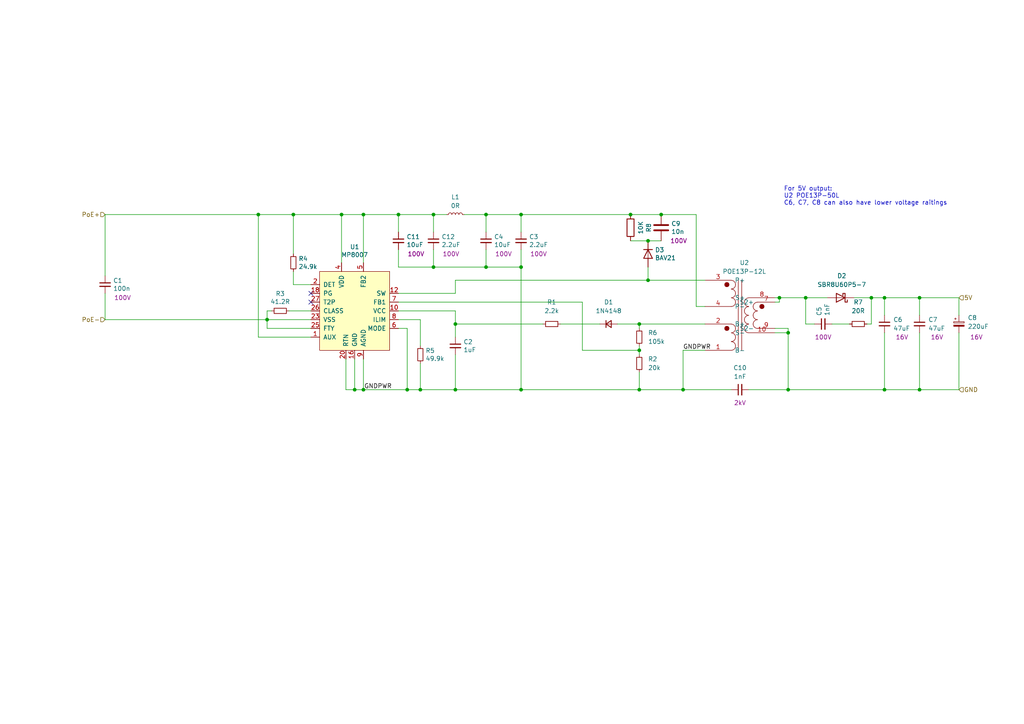
<source format=kicad_sch>
(kicad_sch (version 20211123) (generator eeschema)

  (uuid da469d11-a8a4-414b-9449-d151eeaf4853)

  (paper "A4")

  (lib_symbols
    (symbol "Device:C" (pin_numbers hide) (pin_names (offset 0.254)) (in_bom yes) (on_board yes)
      (property "Reference" "C" (id 0) (at 0.635 2.54 0)
        (effects (font (size 1.27 1.27)) (justify left))
      )
      (property "Value" "C" (id 1) (at 0.635 -2.54 0)
        (effects (font (size 1.27 1.27)) (justify left))
      )
      (property "Footprint" "" (id 2) (at 0.9652 -3.81 0)
        (effects (font (size 1.27 1.27)) hide)
      )
      (property "Datasheet" "~" (id 3) (at 0 0 0)
        (effects (font (size 1.27 1.27)) hide)
      )
      (property "ki_keywords" "cap capacitor" (id 4) (at 0 0 0)
        (effects (font (size 1.27 1.27)) hide)
      )
      (property "ki_description" "Unpolarized capacitor" (id 5) (at 0 0 0)
        (effects (font (size 1.27 1.27)) hide)
      )
      (property "ki_fp_filters" "C_*" (id 6) (at 0 0 0)
        (effects (font (size 1.27 1.27)) hide)
      )
      (symbol "C_0_1"
        (polyline
          (pts
            (xy -2.032 -0.762)
            (xy 2.032 -0.762)
          )
          (stroke (width 0.508) (type default) (color 0 0 0 0))
          (fill (type none))
        )
        (polyline
          (pts
            (xy -2.032 0.762)
            (xy 2.032 0.762)
          )
          (stroke (width 0.508) (type default) (color 0 0 0 0))
          (fill (type none))
        )
      )
      (symbol "C_1_1"
        (pin passive line (at 0 3.81 270) (length 2.794)
          (name "~" (effects (font (size 1.27 1.27))))
          (number "1" (effects (font (size 1.27 1.27))))
        )
        (pin passive line (at 0 -3.81 90) (length 2.794)
          (name "~" (effects (font (size 1.27 1.27))))
          (number "2" (effects (font (size 1.27 1.27))))
        )
      )
    )
    (symbol "Device:C_Polarized_Small" (pin_numbers hide) (pin_names (offset 0.254) hide) (in_bom yes) (on_board yes)
      (property "Reference" "C" (id 0) (at 0.254 1.778 0)
        (effects (font (size 1.27 1.27)) (justify left))
      )
      (property "Value" "C_Polarized_Small" (id 1) (at 0.254 -2.032 0)
        (effects (font (size 1.27 1.27)) (justify left))
      )
      (property "Footprint" "" (id 2) (at 0 0 0)
        (effects (font (size 1.27 1.27)) hide)
      )
      (property "Datasheet" "~" (id 3) (at 0 0 0)
        (effects (font (size 1.27 1.27)) hide)
      )
      (property "ki_keywords" "cap capacitor" (id 4) (at 0 0 0)
        (effects (font (size 1.27 1.27)) hide)
      )
      (property "ki_description" "Polarized capacitor, small symbol" (id 5) (at 0 0 0)
        (effects (font (size 1.27 1.27)) hide)
      )
      (property "ki_fp_filters" "CP_*" (id 6) (at 0 0 0)
        (effects (font (size 1.27 1.27)) hide)
      )
      (symbol "C_Polarized_Small_0_1"
        (rectangle (start -1.524 -0.3048) (end 1.524 -0.6858)
          (stroke (width 0) (type default) (color 0 0 0 0))
          (fill (type outline))
        )
        (rectangle (start -1.524 0.6858) (end 1.524 0.3048)
          (stroke (width 0) (type default) (color 0 0 0 0))
          (fill (type none))
        )
        (polyline
          (pts
            (xy -1.27 1.524)
            (xy -0.762 1.524)
          )
          (stroke (width 0) (type default) (color 0 0 0 0))
          (fill (type none))
        )
        (polyline
          (pts
            (xy -1.016 1.27)
            (xy -1.016 1.778)
          )
          (stroke (width 0) (type default) (color 0 0 0 0))
          (fill (type none))
        )
      )
      (symbol "C_Polarized_Small_1_1"
        (pin passive line (at 0 2.54 270) (length 1.8542)
          (name "~" (effects (font (size 1.27 1.27))))
          (number "1" (effects (font (size 1.27 1.27))))
        )
        (pin passive line (at 0 -2.54 90) (length 1.8542)
          (name "~" (effects (font (size 1.27 1.27))))
          (number "2" (effects (font (size 1.27 1.27))))
        )
      )
    )
    (symbol "Device:C_Small" (pin_numbers hide) (pin_names (offset 0.254) hide) (in_bom yes) (on_board yes)
      (property "Reference" "C" (id 0) (at 0.254 1.778 0)
        (effects (font (size 1.27 1.27)) (justify left))
      )
      (property "Value" "C_Small" (id 1) (at 0.254 -2.032 0)
        (effects (font (size 1.27 1.27)) (justify left))
      )
      (property "Footprint" "" (id 2) (at 0 0 0)
        (effects (font (size 1.27 1.27)) hide)
      )
      (property "Datasheet" "~" (id 3) (at 0 0 0)
        (effects (font (size 1.27 1.27)) hide)
      )
      (property "ki_keywords" "capacitor cap" (id 4) (at 0 0 0)
        (effects (font (size 1.27 1.27)) hide)
      )
      (property "ki_description" "Unpolarized capacitor, small symbol" (id 5) (at 0 0 0)
        (effects (font (size 1.27 1.27)) hide)
      )
      (property "ki_fp_filters" "C_*" (id 6) (at 0 0 0)
        (effects (font (size 1.27 1.27)) hide)
      )
      (symbol "C_Small_0_1"
        (polyline
          (pts
            (xy -1.524 -0.508)
            (xy 1.524 -0.508)
          )
          (stroke (width 0.3302) (type default) (color 0 0 0 0))
          (fill (type none))
        )
        (polyline
          (pts
            (xy -1.524 0.508)
            (xy 1.524 0.508)
          )
          (stroke (width 0.3048) (type default) (color 0 0 0 0))
          (fill (type none))
        )
      )
      (symbol "C_Small_1_1"
        (pin passive line (at 0 2.54 270) (length 2.032)
          (name "~" (effects (font (size 1.27 1.27))))
          (number "1" (effects (font (size 1.27 1.27))))
        )
        (pin passive line (at 0 -2.54 90) (length 2.032)
          (name "~" (effects (font (size 1.27 1.27))))
          (number "2" (effects (font (size 1.27 1.27))))
        )
      )
    )
    (symbol "Device:D" (pin_numbers hide) (pin_names (offset 1.016) hide) (in_bom yes) (on_board yes)
      (property "Reference" "D" (id 0) (at 0 2.54 0)
        (effects (font (size 1.27 1.27)))
      )
      (property "Value" "D" (id 1) (at 0 -2.54 0)
        (effects (font (size 1.27 1.27)))
      )
      (property "Footprint" "" (id 2) (at 0 0 0)
        (effects (font (size 1.27 1.27)) hide)
      )
      (property "Datasheet" "~" (id 3) (at 0 0 0)
        (effects (font (size 1.27 1.27)) hide)
      )
      (property "ki_keywords" "diode" (id 4) (at 0 0 0)
        (effects (font (size 1.27 1.27)) hide)
      )
      (property "ki_description" "Diode" (id 5) (at 0 0 0)
        (effects (font (size 1.27 1.27)) hide)
      )
      (property "ki_fp_filters" "TO-???* *_Diode_* *SingleDiode* D_*" (id 6) (at 0 0 0)
        (effects (font (size 1.27 1.27)) hide)
      )
      (symbol "D_0_1"
        (polyline
          (pts
            (xy -1.27 1.27)
            (xy -1.27 -1.27)
          )
          (stroke (width 0.254) (type default) (color 0 0 0 0))
          (fill (type none))
        )
        (polyline
          (pts
            (xy 1.27 0)
            (xy -1.27 0)
          )
          (stroke (width 0) (type default) (color 0 0 0 0))
          (fill (type none))
        )
        (polyline
          (pts
            (xy 1.27 1.27)
            (xy 1.27 -1.27)
            (xy -1.27 0)
            (xy 1.27 1.27)
          )
          (stroke (width 0.254) (type default) (color 0 0 0 0))
          (fill (type none))
        )
      )
      (symbol "D_1_1"
        (pin passive line (at -3.81 0 0) (length 2.54)
          (name "K" (effects (font (size 1.27 1.27))))
          (number "1" (effects (font (size 1.27 1.27))))
        )
        (pin passive line (at 3.81 0 180) (length 2.54)
          (name "A" (effects (font (size 1.27 1.27))))
          (number "2" (effects (font (size 1.27 1.27))))
        )
      )
    )
    (symbol "Device:D_Schottky" (pin_numbers hide) (pin_names (offset 1.016) hide) (in_bom yes) (on_board yes)
      (property "Reference" "D" (id 0) (at 0 2.54 0)
        (effects (font (size 1.27 1.27)))
      )
      (property "Value" "D_Schottky" (id 1) (at 0 -2.54 0)
        (effects (font (size 1.27 1.27)))
      )
      (property "Footprint" "" (id 2) (at 0 0 0)
        (effects (font (size 1.27 1.27)) hide)
      )
      (property "Datasheet" "~" (id 3) (at 0 0 0)
        (effects (font (size 1.27 1.27)) hide)
      )
      (property "ki_keywords" "diode Schottky" (id 4) (at 0 0 0)
        (effects (font (size 1.27 1.27)) hide)
      )
      (property "ki_description" "Schottky diode" (id 5) (at 0 0 0)
        (effects (font (size 1.27 1.27)) hide)
      )
      (property "ki_fp_filters" "TO-???* *_Diode_* *SingleDiode* D_*" (id 6) (at 0 0 0)
        (effects (font (size 1.27 1.27)) hide)
      )
      (symbol "D_Schottky_0_1"
        (polyline
          (pts
            (xy 1.27 0)
            (xy -1.27 0)
          )
          (stroke (width 0) (type default) (color 0 0 0 0))
          (fill (type none))
        )
        (polyline
          (pts
            (xy 1.27 1.27)
            (xy 1.27 -1.27)
            (xy -1.27 0)
            (xy 1.27 1.27)
          )
          (stroke (width 0.254) (type default) (color 0 0 0 0))
          (fill (type none))
        )
        (polyline
          (pts
            (xy -1.905 0.635)
            (xy -1.905 1.27)
            (xy -1.27 1.27)
            (xy -1.27 -1.27)
            (xy -0.635 -1.27)
            (xy -0.635 -0.635)
          )
          (stroke (width 0.254) (type default) (color 0 0 0 0))
          (fill (type none))
        )
      )
      (symbol "D_Schottky_1_1"
        (pin passive line (at -3.81 0 0) (length 2.54)
          (name "K" (effects (font (size 1.27 1.27))))
          (number "1" (effects (font (size 1.27 1.27))))
        )
        (pin passive line (at 3.81 0 180) (length 2.54)
          (name "A" (effects (font (size 1.27 1.27))))
          (number "2" (effects (font (size 1.27 1.27))))
        )
      )
    )
    (symbol "Device:D_Small" (pin_numbers hide) (pin_names (offset 0.254) hide) (in_bom yes) (on_board yes)
      (property "Reference" "D" (id 0) (at -1.27 2.032 0)
        (effects (font (size 1.27 1.27)) (justify left))
      )
      (property "Value" "D_Small" (id 1) (at -3.81 -2.032 0)
        (effects (font (size 1.27 1.27)) (justify left))
      )
      (property "Footprint" "" (id 2) (at 0 0 90)
        (effects (font (size 1.27 1.27)) hide)
      )
      (property "Datasheet" "~" (id 3) (at 0 0 90)
        (effects (font (size 1.27 1.27)) hide)
      )
      (property "ki_keywords" "diode" (id 4) (at 0 0 0)
        (effects (font (size 1.27 1.27)) hide)
      )
      (property "ki_description" "Diode, small symbol" (id 5) (at 0 0 0)
        (effects (font (size 1.27 1.27)) hide)
      )
      (property "ki_fp_filters" "TO-???* *_Diode_* *SingleDiode* D_*" (id 6) (at 0 0 0)
        (effects (font (size 1.27 1.27)) hide)
      )
      (symbol "D_Small_0_1"
        (polyline
          (pts
            (xy -0.762 -1.016)
            (xy -0.762 1.016)
          )
          (stroke (width 0.254) (type default) (color 0 0 0 0))
          (fill (type none))
        )
        (polyline
          (pts
            (xy -0.762 0)
            (xy 0.762 0)
          )
          (stroke (width 0) (type default) (color 0 0 0 0))
          (fill (type none))
        )
        (polyline
          (pts
            (xy 0.762 -1.016)
            (xy -0.762 0)
            (xy 0.762 1.016)
            (xy 0.762 -1.016)
          )
          (stroke (width 0.254) (type default) (color 0 0 0 0))
          (fill (type none))
        )
      )
      (symbol "D_Small_1_1"
        (pin passive line (at -2.54 0 0) (length 1.778)
          (name "K" (effects (font (size 1.27 1.27))))
          (number "1" (effects (font (size 1.27 1.27))))
        )
        (pin passive line (at 2.54 0 180) (length 1.778)
          (name "A" (effects (font (size 1.27 1.27))))
          (number "2" (effects (font (size 1.27 1.27))))
        )
      )
    )
    (symbol "Device:L_Small" (pin_numbers hide) (pin_names (offset 0.254) hide) (in_bom yes) (on_board yes)
      (property "Reference" "L" (id 0) (at 0.762 1.016 0)
        (effects (font (size 1.27 1.27)) (justify left))
      )
      (property "Value" "L_Small" (id 1) (at 0.762 -1.016 0)
        (effects (font (size 1.27 1.27)) (justify left))
      )
      (property "Footprint" "" (id 2) (at 0 0 0)
        (effects (font (size 1.27 1.27)) hide)
      )
      (property "Datasheet" "~" (id 3) (at 0 0 0)
        (effects (font (size 1.27 1.27)) hide)
      )
      (property "ki_keywords" "inductor choke coil reactor magnetic" (id 4) (at 0 0 0)
        (effects (font (size 1.27 1.27)) hide)
      )
      (property "ki_description" "Inductor, small symbol" (id 5) (at 0 0 0)
        (effects (font (size 1.27 1.27)) hide)
      )
      (property "ki_fp_filters" "Choke_* *Coil* Inductor_* L_*" (id 6) (at 0 0 0)
        (effects (font (size 1.27 1.27)) hide)
      )
      (symbol "L_Small_0_1"
        (arc (start 0 -2.032) (mid 0.508 -1.524) (end 0 -1.016)
          (stroke (width 0) (type default) (color 0 0 0 0))
          (fill (type none))
        )
        (arc (start 0 -1.016) (mid 0.508 -0.508) (end 0 0)
          (stroke (width 0) (type default) (color 0 0 0 0))
          (fill (type none))
        )
        (arc (start 0 0) (mid 0.508 0.508) (end 0 1.016)
          (stroke (width 0) (type default) (color 0 0 0 0))
          (fill (type none))
        )
        (arc (start 0 1.016) (mid 0.508 1.524) (end 0 2.032)
          (stroke (width 0) (type default) (color 0 0 0 0))
          (fill (type none))
        )
      )
      (symbol "L_Small_1_1"
        (pin passive line (at 0 2.54 270) (length 0.508)
          (name "~" (effects (font (size 1.27 1.27))))
          (number "1" (effects (font (size 1.27 1.27))))
        )
        (pin passive line (at 0 -2.54 90) (length 0.508)
          (name "~" (effects (font (size 1.27 1.27))))
          (number "2" (effects (font (size 1.27 1.27))))
        )
      )
    )
    (symbol "Device:R" (pin_numbers hide) (pin_names (offset 0)) (in_bom yes) (on_board yes)
      (property "Reference" "R" (id 0) (at 2.032 0 90)
        (effects (font (size 1.27 1.27)))
      )
      (property "Value" "R" (id 1) (at 0 0 90)
        (effects (font (size 1.27 1.27)))
      )
      (property "Footprint" "" (id 2) (at -1.778 0 90)
        (effects (font (size 1.27 1.27)) hide)
      )
      (property "Datasheet" "~" (id 3) (at 0 0 0)
        (effects (font (size 1.27 1.27)) hide)
      )
      (property "ki_keywords" "R res resistor" (id 4) (at 0 0 0)
        (effects (font (size 1.27 1.27)) hide)
      )
      (property "ki_description" "Resistor" (id 5) (at 0 0 0)
        (effects (font (size 1.27 1.27)) hide)
      )
      (property "ki_fp_filters" "R_*" (id 6) (at 0 0 0)
        (effects (font (size 1.27 1.27)) hide)
      )
      (symbol "R_0_1"
        (rectangle (start -1.016 -2.54) (end 1.016 2.54)
          (stroke (width 0.254) (type default) (color 0 0 0 0))
          (fill (type none))
        )
      )
      (symbol "R_1_1"
        (pin passive line (at 0 3.81 270) (length 1.27)
          (name "~" (effects (font (size 1.27 1.27))))
          (number "1" (effects (font (size 1.27 1.27))))
        )
        (pin passive line (at 0 -3.81 90) (length 1.27)
          (name "~" (effects (font (size 1.27 1.27))))
          (number "2" (effects (font (size 1.27 1.27))))
        )
      )
    )
    (symbol "Device:R_Small" (pin_numbers hide) (pin_names (offset 0.254) hide) (in_bom yes) (on_board yes)
      (property "Reference" "R" (id 0) (at 0.762 0.508 0)
        (effects (font (size 1.27 1.27)) (justify left))
      )
      (property "Value" "R_Small" (id 1) (at 0.762 -1.016 0)
        (effects (font (size 1.27 1.27)) (justify left))
      )
      (property "Footprint" "" (id 2) (at 0 0 0)
        (effects (font (size 1.27 1.27)) hide)
      )
      (property "Datasheet" "~" (id 3) (at 0 0 0)
        (effects (font (size 1.27 1.27)) hide)
      )
      (property "ki_keywords" "R resistor" (id 4) (at 0 0 0)
        (effects (font (size 1.27 1.27)) hide)
      )
      (property "ki_description" "Resistor, small symbol" (id 5) (at 0 0 0)
        (effects (font (size 1.27 1.27)) hide)
      )
      (property "ki_fp_filters" "R_*" (id 6) (at 0 0 0)
        (effects (font (size 1.27 1.27)) hide)
      )
      (symbol "R_Small_0_1"
        (rectangle (start -0.762 1.778) (end 0.762 -1.778)
          (stroke (width 0.2032) (type default) (color 0 0 0 0))
          (fill (type none))
        )
      )
      (symbol "R_Small_1_1"
        (pin passive line (at 0 2.54 270) (length 0.762)
          (name "~" (effects (font (size 1.27 1.27))))
          (number "1" (effects (font (size 1.27 1.27))))
        )
        (pin passive line (at 0 -2.54 90) (length 0.762)
          (name "~" (effects (font (size 1.27 1.27))))
          (number "2" (effects (font (size 1.27 1.27))))
        )
      )
    )
    (symbol "local:MP8007" (pin_names (offset 1.016)) (in_bom yes) (on_board yes)
      (property "Reference" "U" (id 0) (at -5.08 11.43 0)
        (effects (font (size 1.27 1.27)))
      )
      (property "Value" "MP8007" (id 1) (at -1.27 -13.97 0)
        (effects (font (size 1.27 1.27)))
      )
      (property "Footprint" "" (id 2) (at -5.08 11.43 0)
        (effects (font (size 1.27 1.27)) hide)
      )
      (property "Datasheet" "" (id 3) (at -5.08 11.43 0)
        (effects (font (size 1.27 1.27)) hide)
      )
      (symbol "MP8007_0_1"
        (rectangle (start -6.35 10.16) (end 13.97 -12.7)
          (stroke (width 0) (type default) (color 0 0 0 0))
          (fill (type background))
        )
      )
      (symbol "MP8007_1_1"
        (pin input line (at -8.89 -8.89 0) (length 2.54)
          (name "AUX" (effects (font (size 1.27 1.27))))
          (number "1" (effects (font (size 1.27 1.27))))
        )
        (pin input line (at 16.51 -1.27 180) (length 2.54)
          (name "VCC" (effects (font (size 1.27 1.27))))
          (number "10" (effects (font (size 1.27 1.27))))
        )
        (pin input line (at 16.51 3.81 180) (length 2.54)
          (name "SW" (effects (font (size 1.27 1.27))))
          (number "12" (effects (font (size 1.27 1.27))))
        )
        (pin input line (at 16.51 3.81 180) (length 2.54) hide
          (name "~" (effects (font (size 1.27 1.27))))
          (number "13" (effects (font (size 1.27 1.27))))
        )
        (pin input line (at 6.35 -15.24 90) (length 2.54) hide
          (name "NC" (effects (font (size 1.27 1.27))))
          (number "14" (effects (font (size 1.27 1.27))))
        )
        (pin input line (at 6.35 -15.24 90) (length 2.54) hide
          (name "NC" (effects (font (size 1.27 1.27))))
          (number "15" (effects (font (size 1.27 1.27))))
        )
        (pin input line (at 3.81 -15.24 90) (length 2.54)
          (name "GND" (effects (font (size 1.27 1.27))))
          (number "16" (effects (font (size 1.27 1.27))))
        )
        (pin input line (at 3.81 -15.24 90) (length 2.54) hide
          (name "~" (effects (font (size 1.27 1.27))))
          (number "17" (effects (font (size 1.27 1.27))))
        )
        (pin input line (at -8.89 3.81 0) (length 2.54)
          (name "PG" (effects (font (size 1.27 1.27))))
          (number "18" (effects (font (size 1.27 1.27))))
        )
        (pin input line (at 6.35 -15.24 90) (length 2.54) hide
          (name "NC" (effects (font (size 1.27 1.27))))
          (number "19" (effects (font (size 1.27 1.27))))
        )
        (pin input line (at -8.89 6.35 0) (length 2.54)
          (name "DET" (effects (font (size 1.27 1.27))))
          (number "2" (effects (font (size 1.27 1.27))))
        )
        (pin input line (at 1.27 -15.24 90) (length 2.54)
          (name "RTN" (effects (font (size 1.27 1.27))))
          (number "20" (effects (font (size 1.27 1.27))))
        )
        (pin input line (at 1.27 -15.24 90) (length 2.54) hide
          (name "~" (effects (font (size 1.27 1.27))))
          (number "21" (effects (font (size 1.27 1.27))))
        )
        (pin input line (at 6.35 -15.24 90) (length 2.54) hide
          (name "NC" (effects (font (size 1.27 1.27))))
          (number "22" (effects (font (size 1.27 1.27))))
        )
        (pin input line (at -8.89 -3.81 0) (length 2.54)
          (name "VSS" (effects (font (size 1.27 1.27))))
          (number "23" (effects (font (size 1.27 1.27))))
        )
        (pin input line (at -8.89 -3.81 0) (length 2.54) hide
          (name "~" (effects (font (size 1.27 1.27))))
          (number "24" (effects (font (size 1.27 1.27))))
        )
        (pin input line (at -8.89 -6.35 0) (length 2.54)
          (name "FTY" (effects (font (size 1.27 1.27))))
          (number "25" (effects (font (size 1.27 1.27))))
        )
        (pin input line (at -8.89 -1.27 0) (length 2.54)
          (name "CLASS" (effects (font (size 1.27 1.27))))
          (number "26" (effects (font (size 1.27 1.27))))
        )
        (pin input line (at -8.89 1.27 0) (length 2.54)
          (name "T2P" (effects (font (size 1.27 1.27))))
          (number "27" (effects (font (size 1.27 1.27))))
        )
        (pin input line (at 3.81 -15.24 90) (length 2.54) hide
          (name "GND" (effects (font (size 1.27 1.27))))
          (number "29" (effects (font (size 1.27 1.27))))
        )
        (pin input line (at 0 12.7 270) (length 2.54)
          (name "VDD" (effects (font (size 1.27 1.27))))
          (number "4" (effects (font (size 1.27 1.27))))
        )
        (pin input line (at 6.35 12.7 270) (length 2.54)
          (name "FB2" (effects (font (size 1.27 1.27))))
          (number "5" (effects (font (size 1.27 1.27))))
        )
        (pin input line (at 16.51 -6.35 180) (length 2.54)
          (name "MODE" (effects (font (size 1.27 1.27))))
          (number "6" (effects (font (size 1.27 1.27))))
        )
        (pin input line (at 16.51 1.27 180) (length 2.54)
          (name "FB1" (effects (font (size 1.27 1.27))))
          (number "7" (effects (font (size 1.27 1.27))))
        )
        (pin input line (at 16.51 -3.81 180) (length 2.54)
          (name "ILIM" (effects (font (size 1.27 1.27))))
          (number "8" (effects (font (size 1.27 1.27))))
        )
        (pin input line (at 6.35 -15.24 90) (length 2.54)
          (name "AGND" (effects (font (size 1.27 1.27))))
          (number "9" (effects (font (size 1.27 1.27))))
        )
      )
    )
    (symbol "local:POE13P" (pin_names (offset 1.016)) (in_bom yes) (on_board yes)
      (property "Reference" "U" (id 0) (at 0 0 0)
        (effects (font (size 1.27 1.27)))
      )
      (property "Value" "POE13P" (id 1) (at 0 12.7 0)
        (effects (font (size 1.27 1.27)))
      )
      (property "Footprint" "" (id 2) (at 0 0 0)
        (effects (font (size 1.27 1.27)) hide)
      )
      (property "Datasheet" "" (id 3) (at 0 0 0)
        (effects (font (size 1.27 1.27)) hide)
      )
      (symbol "POE13P_0_1"
        (circle (center -3.81 -3.81) (radius 0.635)
          (stroke (width 0) (type default) (color 0 0 0 0))
          (fill (type outline))
        )
        (circle (center -3.81 8.89) (radius 0.635)
          (stroke (width 0) (type default) (color 0 0 0 0))
          (fill (type outline))
        )
        (circle (center 6.35 2.54) (radius 0.635)
          (stroke (width 0) (type default) (color 0 0 0 0))
          (fill (type outline))
        )
      )
      (symbol "POE13P_1_1"
        (arc (start -2.54 -10.16) (mid -1.642 -9.788) (end -1.2954 -8.89)
          (stroke (width 0) (type default) (color 0 0 0 0))
          (fill (type none))
        )
        (arc (start -2.54 -7.62) (mid -1.642 -7.248) (end -1.2954 -6.35)
          (stroke (width 0) (type default) (color 0 0 0 0))
          (fill (type none))
        )
        (arc (start -2.54 -5.08) (mid -1.642 -4.708) (end -1.2954 -3.81)
          (stroke (width 0) (type default) (color 0 0 0 0))
          (fill (type none))
        )
        (arc (start -2.54 2.54) (mid -1.642 2.912) (end -1.2954 3.81)
          (stroke (width 0) (type default) (color 0 0 0 0))
          (fill (type none))
        )
        (arc (start -2.54 5.08) (mid -1.642 5.452) (end -1.2954 6.35)
          (stroke (width 0) (type default) (color 0 0 0 0))
          (fill (type none))
        )
        (arc (start -2.54 7.62) (mid -1.642 7.992) (end -1.2954 8.89)
          (stroke (width 0) (type default) (color 0 0 0 0))
          (fill (type none))
        )
        (arc (start -1.2954 -8.89) (mid -1.6599 -8.0099) (end -2.54 -7.6454)
          (stroke (width 0) (type default) (color 0 0 0 0))
          (fill (type none))
        )
        (arc (start -1.2954 -6.35) (mid -1.6599 -5.4699) (end -2.54 -5.1054)
          (stroke (width 0) (type default) (color 0 0 0 0))
          (fill (type none))
        )
        (arc (start -1.2954 -3.81) (mid -1.6599 -2.9299) (end -2.54 -2.5654)
          (stroke (width 0) (type default) (color 0 0 0 0))
          (fill (type none))
        )
        (arc (start -1.2954 3.81) (mid -1.6599 4.6901) (end -2.54 5.0546)
          (stroke (width 0) (type default) (color 0 0 0 0))
          (fill (type none))
        )
        (arc (start -1.2954 6.35) (mid -1.6599 7.2301) (end -2.54 7.5946)
          (stroke (width 0) (type default) (color 0 0 0 0))
          (fill (type none))
        )
        (arc (start -1.2954 8.89) (mid -1.6599 9.7701) (end -2.54 10.1346)
          (stroke (width 0) (type default) (color 0 0 0 0))
          (fill (type none))
        )
        (polyline
          (pts
            (xy -0.508 -10.16)
            (xy -0.508 10.16)
          )
          (stroke (width 0) (type default) (color 0 0 0 0))
          (fill (type none))
        )
        (polyline
          (pts
            (xy 0.508 10.16)
            (xy 0.508 -10.16)
          )
          (stroke (width 0) (type default) (color 0 0 0 0))
          (fill (type none))
        )
        (arc (start 1.27 -3.81) (mid 1.642 -4.708) (end 2.54 -5.08)
          (stroke (width 0) (type default) (color 0 0 0 0))
          (fill (type none))
        )
        (arc (start 1.27 -1.27) (mid 1.642 -2.168) (end 2.54 -2.54)
          (stroke (width 0) (type default) (color 0 0 0 0))
          (fill (type none))
        )
        (arc (start 1.27 1.27) (mid 1.642 0.372) (end 2.54 0)
          (stroke (width 0) (type default) (color 0 0 0 0))
          (fill (type none))
        )
        (arc (start 1.27 3.81) (mid 1.642 2.912) (end 2.54 2.54)
          (stroke (width 0) (type default) (color 0 0 0 0))
          (fill (type none))
        )
        (arc (start 2.54 -2.5654) (mid 1.6599 -2.9299) (end 1.27 -3.81)
          (stroke (width 0) (type default) (color 0 0 0 0))
          (fill (type none))
        )
        (arc (start 2.54 -0.0254) (mid 1.6599 -0.3899) (end 1.27 -1.27)
          (stroke (width 0) (type default) (color 0 0 0 0))
          (fill (type none))
        )
        (arc (start 2.54 2.5146) (mid 1.6599 2.1501) (end 1.27 1.27)
          (stroke (width 0) (type default) (color 0 0 0 0))
          (fill (type none))
        )
        (arc (start 2.54 5.0546) (mid 1.6599 4.6901) (end 1.27 3.81)
          (stroke (width 0) (type default) (color 0 0 0 0))
          (fill (type none))
        )
        (arc (start 3.81 -2.54) (mid 4.182 -3.438) (end 5.08 -3.81)
          (stroke (width 0) (type default) (color 0 0 0 0))
          (fill (type none))
        )
        (arc (start 3.81 0) (mid 4.182 -0.898) (end 5.08 -1.27)
          (stroke (width 0) (type default) (color 0 0 0 0))
          (fill (type none))
        )
        (arc (start 3.81 2.54) (mid 4.182 1.642) (end 5.08 1.27)
          (stroke (width 0) (type default) (color 0 0 0 0))
          (fill (type none))
        )
        (arc (start 5.08 -1.2954) (mid 4.1999 -1.6599) (end 3.81 -2.54)
          (stroke (width 0) (type default) (color 0 0 0 0))
          (fill (type none))
        )
        (arc (start 5.08 1.2446) (mid 4.1999 0.8801) (end 3.81 0)
          (stroke (width 0) (type default) (color 0 0 0 0))
          (fill (type none))
        )
        (arc (start 5.08 3.7846) (mid 4.1999 3.4201) (end 3.81 2.54)
          (stroke (width 0) (type default) (color 0 0 0 0))
          (fill (type none))
        )
        (pin passive line (at -10.16 -10.16 0) (length 7.62)
          (name "B-" (effects (font (size 1.27 1.27))))
          (number "1" (effects (font (size 1.27 1.27))))
        )
        (pin passive line (at 10.16 -5.08 180) (length 7.62)
          (name "S-" (effects (font (size 1.27 1.27))))
          (number "10" (effects (font (size 1.27 1.27))))
        )
        (pin passive line (at -10.16 -2.54 0) (length 7.62)
          (name "B+" (effects (font (size 1.27 1.27))))
          (number "2" (effects (font (size 1.27 1.27))))
        )
        (pin passive line (at -10.16 10.16 0) (length 7.62)
          (name "P+" (effects (font (size 1.27 1.27))))
          (number "3" (effects (font (size 1.27 1.27))))
        )
        (pin passive line (at -10.16 2.54 0) (length 7.62)
          (name "P-" (effects (font (size 1.27 1.27))))
          (number "4" (effects (font (size 1.27 1.27))))
        )
        (pin passive line (at 10.16 3.81 180) (length 5.08)
          (name "S2+" (effects (font (size 1.27 1.27))))
          (number "7" (effects (font (size 1.27 1.27))))
        )
        (pin passive line (at 10.16 5.08 180) (length 7.62)
          (name "S+" (effects (font (size 1.27 1.27))))
          (number "8" (effects (font (size 1.27 1.27))))
        )
        (pin passive line (at 10.16 -3.81 180) (length 5.08)
          (name "S2-" (effects (font (size 1.27 1.27))))
          (number "9" (effects (font (size 1.27 1.27))))
        )
      )
    )
  )

  (junction (at 85.09 62.23) (diameter 0) (color 0 0 0 0)
    (uuid 037da714-6377-43de-b800-13334e7b059e)
  )
  (junction (at 266.7 86.36) (diameter 0) (color 0 0 0 0)
    (uuid 0b0abc08-6100-46e6-85b1-ee3143655a31)
  )
  (junction (at 256.54 113.03) (diameter 0) (color 0 0 0 0)
    (uuid 0ee74bcc-dfb1-4ca5-9147-e45f5cc580f6)
  )
  (junction (at 151.13 113.03) (diameter 0) (color 0 0 0 0)
    (uuid 105435fb-f3bc-4f85-9b68-5b4281922682)
  )
  (junction (at 140.97 77.47) (diameter 0) (color 0 0 0 0)
    (uuid 15d63b00-0be8-4183-8d7d-04b31288ba23)
  )
  (junction (at 102.87 113.03) (diameter 0) (color 0 0 0 0)
    (uuid 181abe7a-f941-42b6-bd46-aaa3131f90fb)
  )
  (junction (at 198.12 113.03) (diameter 0) (color 0 0 0 0)
    (uuid 2b215616-4c0a-44f8-99aa-f7a0797d97d4)
  )
  (junction (at 77.47 92.71) (diameter 0) (color 0 0 0 0)
    (uuid 354dddb6-87e4-4569-bdd9-a807594b36d9)
  )
  (junction (at 118.11 113.03) (diameter 0) (color 0 0 0 0)
    (uuid 3b743e62-1336-4f91-ad6f-7e0cc25a2097)
  )
  (junction (at 151.13 77.47) (diameter 0) (color 0 0 0 0)
    (uuid 583a71df-3210-4e3e-ba3b-2b011dd2b311)
  )
  (junction (at 228.6 113.03) (diameter 0) (color 0 0 0 0)
    (uuid 5cd52bc7-9742-4c21-ab94-673b5aeda239)
  )
  (junction (at 74.93 62.23) (diameter 0) (color 0 0 0 0)
    (uuid 6ba1766b-320f-4ae0-8c42-0e0159e9c7d9)
  )
  (junction (at 151.13 62.23) (diameter 0) (color 0 0 0 0)
    (uuid 6bb02028-f398-4fe4-996f-ab7518203770)
  )
  (junction (at 132.08 93.98) (diameter 0) (color 0 0 0 0)
    (uuid 6c11bf6b-90c7-4bb6-b85f-98af6160f8f1)
  )
  (junction (at 185.42 93.98) (diameter 0) (color 0 0 0 0)
    (uuid 6ea89f30-81f1-422f-8c5d-d9934ac6ffc4)
  )
  (junction (at 187.96 69.85) (diameter 0) (color 0 0 0 0)
    (uuid 72fe448c-cdf4-4fe6-8911-0f312e324d58)
  )
  (junction (at 105.41 62.23) (diameter 0) (color 0 0 0 0)
    (uuid 74a224d2-be5f-4f04-87da-2e524cd27177)
  )
  (junction (at 115.57 62.23) (diameter 0) (color 0 0 0 0)
    (uuid 787398ea-f3df-457e-9435-91cdc5dfa07b)
  )
  (junction (at 185.42 101.6) (diameter 0) (color 0 0 0 0)
    (uuid 805e4af5-3a36-473a-921b-cdd3fa590ad3)
  )
  (junction (at 105.41 113.03) (diameter 0) (color 0 0 0 0)
    (uuid 8174b4de-74b1-48db-ab8e-c8432251095b)
  )
  (junction (at 132.08 113.03) (diameter 0) (color 0 0 0 0)
    (uuid 8df04265-7cfb-4b8e-b7ec-a8f232dc8d4f)
  )
  (junction (at 252.73 86.36) (diameter 0) (color 0 0 0 0)
    (uuid 90167279-bbe5-4158-83e5-a8e3dbac704a)
  )
  (junction (at 187.96 81.28) (diameter 0) (color 0 0 0 0)
    (uuid ac410acf-dd27-4d65-967a-4c57b06eec1f)
  )
  (junction (at 99.06 62.23) (diameter 0) (color 0 0 0 0)
    (uuid bad07f5a-5af7-4752-a8dd-473a97ebd895)
  )
  (junction (at 266.7 113.03) (diameter 0) (color 0 0 0 0)
    (uuid c0ed8980-90b4-4eb7-86e6-2fc295f87d54)
  )
  (junction (at 226.06 86.36) (diameter 0) (color 0 0 0 0)
    (uuid cf8378ac-71e9-4987-adac-47bcf77b0d75)
  )
  (junction (at 256.54 86.36) (diameter 0) (color 0 0 0 0)
    (uuid cfc4f8bc-b992-4e8b-9522-446e692bfe83)
  )
  (junction (at 233.68 86.36) (diameter 0) (color 0 0 0 0)
    (uuid d0f14f89-ae82-4972-96fe-6bc6cdd64e96)
  )
  (junction (at 125.73 77.47) (diameter 0) (color 0 0 0 0)
    (uuid d391d5d6-df29-4043-bf6d-20c5b5eaa77c)
  )
  (junction (at 228.6 96.52) (diameter 0) (color 0 0 0 0)
    (uuid d5485da4-1037-4ebf-8937-43bcb974d209)
  )
  (junction (at 121.92 113.03) (diameter 0) (color 0 0 0 0)
    (uuid da6d6227-142e-470c-b137-a069deb45683)
  )
  (junction (at 191.77 62.23) (diameter 0) (color 0 0 0 0)
    (uuid e4fade3d-a4d5-4a50-af19-cee1037abbee)
  )
  (junction (at 125.73 62.23) (diameter 0) (color 0 0 0 0)
    (uuid e7e3d806-2361-47ff-ab4a-958aca14a675)
  )
  (junction (at 140.97 62.23) (diameter 0) (color 0 0 0 0)
    (uuid f27affac-a003-445c-9c01-857306b22529)
  )
  (junction (at 182.88 62.23) (diameter 0) (color 0 0 0 0)
    (uuid f9827ffd-cc55-46e3-9bae-af14f2d3ccd8)
  )
  (junction (at 185.42 113.03) (diameter 0) (color 0 0 0 0)
    (uuid f9b4916a-bf6e-4069-9098-eeac19179466)
  )

  (no_connect (at 90.17 85.09) (uuid 6a45789b-3855-401f-8139-3c734f7f52f9))
  (no_connect (at 90.17 87.63) (uuid b1086f75-01ba-4188-8d36-75a9e2828ca9))

  (wire (pts (xy 132.08 81.28) (xy 132.08 85.09))
    (stroke (width 0) (type default) (color 0 0 0 0))
    (uuid 02530b91-a67a-4d82-afe2-5e161a3d575c)
  )
  (wire (pts (xy 115.57 62.23) (xy 125.73 62.23))
    (stroke (width 0) (type default) (color 0 0 0 0))
    (uuid 04952a61-f13e-4ccb-a4a4-0c3ceb05ac30)
  )
  (wire (pts (xy 121.92 105.41) (xy 121.92 113.03))
    (stroke (width 0) (type default) (color 0 0 0 0))
    (uuid 0d508188-350a-40fc-9618-f9031c784e70)
  )
  (wire (pts (xy 102.87 104.14) (xy 102.87 113.03))
    (stroke (width 0) (type default) (color 0 0 0 0))
    (uuid 0eaa98f0-9565-4637-ace3-42a5231b07f7)
  )
  (wire (pts (xy 74.93 97.79) (xy 74.93 62.23))
    (stroke (width 0) (type default) (color 0 0 0 0))
    (uuid 0ec052cc-c4c8-4976-aebb-e6051620efb2)
  )
  (wire (pts (xy 132.08 90.17) (xy 115.57 90.17))
    (stroke (width 0) (type default) (color 0 0 0 0))
    (uuid 0ff6aa00-a660-4c2e-a614-b55c393a1aa2)
  )
  (wire (pts (xy 132.08 97.79) (xy 132.08 93.98))
    (stroke (width 0) (type default) (color 0 0 0 0))
    (uuid 149786ef-6b55-4ae0-9561-3ff7f5160dea)
  )
  (wire (pts (xy 233.68 86.36) (xy 240.03 86.36))
    (stroke (width 0) (type default) (color 0 0 0 0))
    (uuid 15db3692-84c6-4b5b-827f-be868c7896d3)
  )
  (wire (pts (xy 252.73 86.36) (xy 256.54 86.36))
    (stroke (width 0) (type default) (color 0 0 0 0))
    (uuid 17d972a8-e82c-42b4-ae40-4831af5c44e2)
  )
  (wire (pts (xy 185.42 101.6) (xy 185.42 102.87))
    (stroke (width 0) (type default) (color 0 0 0 0))
    (uuid 187398b5-9e9d-49cb-81c3-0ea44700e894)
  )
  (wire (pts (xy 162.56 93.98) (xy 173.99 93.98))
    (stroke (width 0) (type default) (color 0 0 0 0))
    (uuid 1942eb27-efea-4377-b7b0-3b1453747298)
  )
  (wire (pts (xy 256.54 86.36) (xy 266.7 86.36))
    (stroke (width 0) (type default) (color 0 0 0 0))
    (uuid 197a4931-c9f8-4a10-84c5-de2d62061ef3)
  )
  (wire (pts (xy 115.57 67.31) (xy 115.57 62.23))
    (stroke (width 0) (type default) (color 0 0 0 0))
    (uuid 1bfe9561-e866-4162-8b1a-c5347aa50ed2)
  )
  (wire (pts (xy 151.13 72.39) (xy 151.13 77.47))
    (stroke (width 0) (type default) (color 0 0 0 0))
    (uuid 1e1f18cb-e572-417e-a891-8c62c0ab5f62)
  )
  (wire (pts (xy 132.08 93.98) (xy 157.48 93.98))
    (stroke (width 0) (type default) (color 0 0 0 0))
    (uuid 1ec13e33-a0e1-4c7d-96bd-a7e1f3a91299)
  )
  (wire (pts (xy 187.96 81.28) (xy 204.47 81.28))
    (stroke (width 0) (type default) (color 0 0 0 0))
    (uuid 1f444927-649c-4085-8e03-b2e52d3304c8)
  )
  (wire (pts (xy 241.3 93.98) (xy 246.38 93.98))
    (stroke (width 0) (type default) (color 0 0 0 0))
    (uuid 24ae74de-90b1-4c74-b26c-2bc1b1d9631a)
  )
  (wire (pts (xy 201.93 62.23) (xy 201.93 88.9))
    (stroke (width 0) (type default) (color 0 0 0 0))
    (uuid 29224b48-1f29-49cf-919b-3ac34dd24145)
  )
  (wire (pts (xy 78.74 90.17) (xy 77.47 90.17))
    (stroke (width 0) (type default) (color 0 0 0 0))
    (uuid 2fd15c74-7cdb-44ca-be1c-a03f832c966a)
  )
  (wire (pts (xy 198.12 101.6) (xy 204.47 101.6))
    (stroke (width 0) (type default) (color 0 0 0 0))
    (uuid 33a6136f-966d-48cd-a842-e0e88159c1f2)
  )
  (wire (pts (xy 182.88 62.23) (xy 191.77 62.23))
    (stroke (width 0) (type default) (color 0 0 0 0))
    (uuid 34e5c616-5426-47e2-a9ef-a9481d59f598)
  )
  (wire (pts (xy 266.7 86.36) (xy 266.7 91.44))
    (stroke (width 0) (type default) (color 0 0 0 0))
    (uuid 379990d1-651c-4182-b1b1-a912b8b86e17)
  )
  (wire (pts (xy 77.47 95.25) (xy 77.47 92.71))
    (stroke (width 0) (type default) (color 0 0 0 0))
    (uuid 38c9ddc1-5754-4396-a419-2968e51fa41d)
  )
  (wire (pts (xy 74.93 62.23) (xy 85.09 62.23))
    (stroke (width 0) (type default) (color 0 0 0 0))
    (uuid 3b69d50b-d885-4489-8e3c-9dd0ec7e0bb4)
  )
  (wire (pts (xy 140.97 67.31) (xy 140.97 62.23))
    (stroke (width 0) (type default) (color 0 0 0 0))
    (uuid 3fb7e12c-6f2f-41ac-b1d8-77d5f63e833c)
  )
  (wire (pts (xy 99.06 62.23) (xy 99.06 76.2))
    (stroke (width 0) (type default) (color 0 0 0 0))
    (uuid 45baf2de-16f5-4fc4-ba32-41239cbce63d)
  )
  (wire (pts (xy 151.13 113.03) (xy 185.42 113.03))
    (stroke (width 0) (type default) (color 0 0 0 0))
    (uuid 463e5f12-2faf-4a83-8912-34d0a565ccf8)
  )
  (wire (pts (xy 233.68 86.36) (xy 233.68 93.98))
    (stroke (width 0) (type default) (color 0 0 0 0))
    (uuid 466a7a0e-f3ed-4606-ad95-2241e0cc05a2)
  )
  (wire (pts (xy 30.48 80.01) (xy 30.48 62.23))
    (stroke (width 0) (type default) (color 0 0 0 0))
    (uuid 47baf4b1-0938-497d-88f9-671136aa8be7)
  )
  (wire (pts (xy 256.54 113.03) (xy 266.7 113.03))
    (stroke (width 0) (type default) (color 0 0 0 0))
    (uuid 4d8db298-3e2f-4662-a36b-fbc097fc4e31)
  )
  (wire (pts (xy 115.57 92.71) (xy 121.92 92.71))
    (stroke (width 0) (type default) (color 0 0 0 0))
    (uuid 4d9b19e6-1617-4d78-befa-b8d7d9e8b20a)
  )
  (wire (pts (xy 151.13 62.23) (xy 182.88 62.23))
    (stroke (width 0) (type default) (color 0 0 0 0))
    (uuid 4f448ba7-90f6-4912-8bbc-961df47acded)
  )
  (wire (pts (xy 118.11 95.25) (xy 118.11 113.03))
    (stroke (width 0) (type default) (color 0 0 0 0))
    (uuid 53c610ea-bbb0-4aa7-9f13-43d7e8f0793f)
  )
  (wire (pts (xy 125.73 72.39) (xy 125.73 77.47))
    (stroke (width 0) (type default) (color 0 0 0 0))
    (uuid 5705fa07-c3de-40ff-93ac-d0ff19d9459b)
  )
  (wire (pts (xy 115.57 87.63) (xy 168.91 87.63))
    (stroke (width 0) (type default) (color 0 0 0 0))
    (uuid 5b2597e2-b905-4eb1-9ddf-25c1ad77c46d)
  )
  (wire (pts (xy 140.97 77.47) (xy 140.97 72.39))
    (stroke (width 0) (type default) (color 0 0 0 0))
    (uuid 5db270a7-d2e3-4e6c-840e-b4ca54415034)
  )
  (wire (pts (xy 191.77 69.85) (xy 187.96 69.85))
    (stroke (width 0) (type default) (color 0 0 0 0))
    (uuid 5f488221-1241-4371-81d0-477ec65ef41e)
  )
  (wire (pts (xy 236.22 93.98) (xy 233.68 93.98))
    (stroke (width 0) (type default) (color 0 0 0 0))
    (uuid 5f4ee7bf-860e-4909-8e57-56028894697c)
  )
  (wire (pts (xy 105.41 62.23) (xy 115.57 62.23))
    (stroke (width 0) (type default) (color 0 0 0 0))
    (uuid 62040099-a627-4605-af1b-1c54ece48503)
  )
  (wire (pts (xy 224.79 95.25) (xy 228.6 95.25))
    (stroke (width 0) (type default) (color 0 0 0 0))
    (uuid 6271beb4-45b0-45f3-b964-6d937774bdfc)
  )
  (wire (pts (xy 266.7 86.36) (xy 278.13 86.36))
    (stroke (width 0) (type default) (color 0 0 0 0))
    (uuid 64d2e950-e620-4522-9268-20c8c733ec8a)
  )
  (wire (pts (xy 77.47 92.71) (xy 90.17 92.71))
    (stroke (width 0) (type default) (color 0 0 0 0))
    (uuid 66b551af-a8a4-4e80-a364-96621a6f2dcf)
  )
  (wire (pts (xy 125.73 62.23) (xy 125.73 67.31))
    (stroke (width 0) (type default) (color 0 0 0 0))
    (uuid 6890eacd-a8ec-443d-b765-85abe7317c73)
  )
  (wire (pts (xy 151.13 77.47) (xy 140.97 77.47))
    (stroke (width 0) (type default) (color 0 0 0 0))
    (uuid 6a20ccbd-ce1f-4c57-bba9-00384c9ff2b7)
  )
  (wire (pts (xy 74.93 97.79) (xy 90.17 97.79))
    (stroke (width 0) (type default) (color 0 0 0 0))
    (uuid 6afdf30c-c3b2-43ec-b150-c1289d254c96)
  )
  (wire (pts (xy 266.7 113.03) (xy 278.13 113.03))
    (stroke (width 0) (type default) (color 0 0 0 0))
    (uuid 6bc9d0df-d7cf-45b4-bf73-c9486be4d41b)
  )
  (wire (pts (xy 121.92 113.03) (xy 132.08 113.03))
    (stroke (width 0) (type default) (color 0 0 0 0))
    (uuid 6bf8048f-d357-4a43-9ff5-76b05e1334aa)
  )
  (wire (pts (xy 105.41 113.03) (xy 118.11 113.03))
    (stroke (width 0) (type default) (color 0 0 0 0))
    (uuid 6d26d68f-1ca7-4ff3-b058-272f1c399047)
  )
  (wire (pts (xy 247.65 86.36) (xy 252.73 86.36))
    (stroke (width 0) (type default) (color 0 0 0 0))
    (uuid 6ec48d7e-5356-44db-8023-b11c239912ce)
  )
  (wire (pts (xy 105.41 113.03) (xy 102.87 113.03))
    (stroke (width 0) (type default) (color 0 0 0 0))
    (uuid 704d6d51-bb34-4cbf-83d8-841e208048d8)
  )
  (wire (pts (xy 256.54 113.03) (xy 228.6 113.03))
    (stroke (width 0) (type default) (color 0 0 0 0))
    (uuid 7144ee8b-4d87-495f-9b87-4c1b1e66f581)
  )
  (wire (pts (xy 85.09 82.55) (xy 90.17 82.55))
    (stroke (width 0) (type default) (color 0 0 0 0))
    (uuid 7ad73043-4028-40e3-b3ce-fda9a9123210)
  )
  (wire (pts (xy 212.09 113.03) (xy 198.12 113.03))
    (stroke (width 0) (type default) (color 0 0 0 0))
    (uuid 8115d4cf-e236-48c3-9812-aa29d2c8ebc4)
  )
  (wire (pts (xy 121.92 92.71) (xy 121.92 100.33))
    (stroke (width 0) (type default) (color 0 0 0 0))
    (uuid 815e516a-62c4-4c33-b446-57e384855d20)
  )
  (wire (pts (xy 151.13 62.23) (xy 151.13 67.31))
    (stroke (width 0) (type default) (color 0 0 0 0))
    (uuid 83fef3cc-f1d5-4b46-a24d-d9fe77a4bcf9)
  )
  (wire (pts (xy 217.17 113.03) (xy 228.6 113.03))
    (stroke (width 0) (type default) (color 0 0 0 0))
    (uuid 85699ece-a982-4ca1-a225-d5d9debbfa3d)
  )
  (wire (pts (xy 77.47 90.17) (xy 77.47 92.71))
    (stroke (width 0) (type default) (color 0 0 0 0))
    (uuid 8901d308-7cef-4028-a858-c217497264ab)
  )
  (wire (pts (xy 30.48 62.23) (xy 74.93 62.23))
    (stroke (width 0) (type default) (color 0 0 0 0))
    (uuid 8a2be09a-d35b-46b1-b358-d4d32ba8a01f)
  )
  (wire (pts (xy 132.08 102.87) (xy 132.08 113.03))
    (stroke (width 0) (type default) (color 0 0 0 0))
    (uuid 8b3b6e42-30ae-4787-975f-1307bbc78122)
  )
  (wire (pts (xy 198.12 101.6) (xy 198.12 113.03))
    (stroke (width 0) (type default) (color 0 0 0 0))
    (uuid 912726a5-413b-4a44-8114-9235008b8037)
  )
  (wire (pts (xy 85.09 62.23) (xy 99.06 62.23))
    (stroke (width 0) (type default) (color 0 0 0 0))
    (uuid 9359f1ef-0a2a-4e32-bc86-657a042adcc4)
  )
  (wire (pts (xy 185.42 93.98) (xy 185.42 95.25))
    (stroke (width 0) (type default) (color 0 0 0 0))
    (uuid 950ff78c-92c7-48cf-93e9-4b251f5b2da9)
  )
  (wire (pts (xy 256.54 86.36) (xy 256.54 91.44))
    (stroke (width 0) (type default) (color 0 0 0 0))
    (uuid 95e38d10-9893-468d-98ca-2b04e3a24cb6)
  )
  (wire (pts (xy 252.73 86.36) (xy 252.73 93.98))
    (stroke (width 0) (type default) (color 0 0 0 0))
    (uuid 9b3a91da-8d45-4e96-858c-85aeea5053e7)
  )
  (wire (pts (xy 201.93 88.9) (xy 204.47 88.9))
    (stroke (width 0) (type default) (color 0 0 0 0))
    (uuid 9ff444f3-a727-46c1-8277-3134aa496b29)
  )
  (wire (pts (xy 187.96 69.85) (xy 182.88 69.85))
    (stroke (width 0) (type default) (color 0 0 0 0))
    (uuid a1e12db2-c401-4ca9-9bde-5ff2d206bdf9)
  )
  (wire (pts (xy 115.57 85.09) (xy 132.08 85.09))
    (stroke (width 0) (type default) (color 0 0 0 0))
    (uuid a9898c04-66e3-4bbf-b91e-87f3e549cda5)
  )
  (wire (pts (xy 191.77 62.23) (xy 201.93 62.23))
    (stroke (width 0) (type default) (color 0 0 0 0))
    (uuid ac15b2e9-5ff6-4872-ad48-53236b8922a4)
  )
  (wire (pts (xy 185.42 113.03) (xy 198.12 113.03))
    (stroke (width 0) (type default) (color 0 0 0 0))
    (uuid ad8ed33e-1a47-449a-af6e-e352f4b40cfd)
  )
  (wire (pts (xy 278.13 96.52) (xy 278.13 113.03))
    (stroke (width 0) (type default) (color 0 0 0 0))
    (uuid ae50ba21-d3e9-408e-9637-853a8408fb49)
  )
  (wire (pts (xy 168.91 101.6) (xy 168.91 87.63))
    (stroke (width 0) (type default) (color 0 0 0 0))
    (uuid b0b1ac92-724e-44bd-a6f9-272b501b303b)
  )
  (wire (pts (xy 118.11 113.03) (xy 121.92 113.03))
    (stroke (width 0) (type default) (color 0 0 0 0))
    (uuid b2f1fbf6-4280-44ae-8a88-3f2c57e444ac)
  )
  (wire (pts (xy 85.09 62.23) (xy 85.09 73.66))
    (stroke (width 0) (type default) (color 0 0 0 0))
    (uuid b3a8f164-e331-49be-80e9-3278bd344ff1)
  )
  (wire (pts (xy 85.09 78.74) (xy 85.09 82.55))
    (stroke (width 0) (type default) (color 0 0 0 0))
    (uuid b4d442e0-cf9c-4294-9aa2-9680efd92684)
  )
  (wire (pts (xy 140.97 62.23) (xy 151.13 62.23))
    (stroke (width 0) (type default) (color 0 0 0 0))
    (uuid b4d598a9-0eba-4bfd-b368-388fd282501b)
  )
  (wire (pts (xy 105.41 62.23) (xy 105.41 76.2))
    (stroke (width 0) (type default) (color 0 0 0 0))
    (uuid b6760b41-ee5b-4a6e-99bc-5a7369056bca)
  )
  (wire (pts (xy 224.79 96.52) (xy 228.6 96.52))
    (stroke (width 0) (type default) (color 0 0 0 0))
    (uuid b90dd671-0ac9-4280-b145-64d2d97950a8)
  )
  (wire (pts (xy 30.48 92.71) (xy 77.47 92.71))
    (stroke (width 0) (type default) (color 0 0 0 0))
    (uuid bc303e17-65a2-4a1c-8e06-54dde90d2ab1)
  )
  (wire (pts (xy 185.42 100.33) (xy 185.42 101.6))
    (stroke (width 0) (type default) (color 0 0 0 0))
    (uuid c11edc96-de87-4ba8-866c-0fe036182f2a)
  )
  (wire (pts (xy 83.82 90.17) (xy 90.17 90.17))
    (stroke (width 0) (type default) (color 0 0 0 0))
    (uuid c144caa5-b0d4-4cef-840a-d4ad178a2102)
  )
  (wire (pts (xy 151.13 77.47) (xy 151.13 113.03))
    (stroke (width 0) (type default) (color 0 0 0 0))
    (uuid c2c806a0-76e3-4bec-ac6b-4aa3d19b5a00)
  )
  (wire (pts (xy 185.42 93.98) (xy 204.47 93.98))
    (stroke (width 0) (type default) (color 0 0 0 0))
    (uuid c3ffae43-50ab-4ee1-84d7-6a720be1e726)
  )
  (wire (pts (xy 187.96 77.47) (xy 187.96 81.28))
    (stroke (width 0) (type default) (color 0 0 0 0))
    (uuid c82a723e-d3d6-4804-93cf-573e484cfbad)
  )
  (wire (pts (xy 256.54 96.52) (xy 256.54 113.03))
    (stroke (width 0) (type default) (color 0 0 0 0))
    (uuid c8bc458a-bc20-416d-8b62-680641f958f6)
  )
  (wire (pts (xy 179.07 93.98) (xy 185.42 93.98))
    (stroke (width 0) (type default) (color 0 0 0 0))
    (uuid c8be17ad-41a5-487a-b811-a8e15014ab39)
  )
  (wire (pts (xy 99.06 62.23) (xy 105.41 62.23))
    (stroke (width 0) (type default) (color 0 0 0 0))
    (uuid c900fc74-3acd-43c3-a485-01d1fa481fc3)
  )
  (wire (pts (xy 251.46 93.98) (xy 252.73 93.98))
    (stroke (width 0) (type default) (color 0 0 0 0))
    (uuid c96c9e2c-8e6b-47fe-b673-082ce35dfc77)
  )
  (wire (pts (xy 185.42 107.95) (xy 185.42 113.03))
    (stroke (width 0) (type default) (color 0 0 0 0))
    (uuid cb6cf9b3-efb4-455d-9942-579898e4ebbf)
  )
  (wire (pts (xy 185.42 101.6) (xy 168.91 101.6))
    (stroke (width 0) (type default) (color 0 0 0 0))
    (uuid cbb12e5f-0ca1-424a-9c5a-c73471dcc1fe)
  )
  (wire (pts (xy 228.6 95.25) (xy 228.6 96.52))
    (stroke (width 0) (type default) (color 0 0 0 0))
    (uuid cc4ad4c0-dd7f-42df-915c-8633ff4b5b4a)
  )
  (wire (pts (xy 132.08 113.03) (xy 151.13 113.03))
    (stroke (width 0) (type default) (color 0 0 0 0))
    (uuid ce3b8258-6eca-4c62-be3e-b71a3410b077)
  )
  (wire (pts (xy 102.87 113.03) (xy 100.33 113.03))
    (stroke (width 0) (type default) (color 0 0 0 0))
    (uuid ce83728b-bebd-48c2-8734-b6a50d837931)
  )
  (wire (pts (xy 226.06 86.36) (xy 233.68 86.36))
    (stroke (width 0) (type default) (color 0 0 0 0))
    (uuid cf496afb-2c04-4483-b37f-fde7e072daa4)
  )
  (wire (pts (xy 90.17 95.25) (xy 77.47 95.25))
    (stroke (width 0) (type default) (color 0 0 0 0))
    (uuid ddc07675-0a0c-4d3e-b98f-3a3c14be122f)
  )
  (wire (pts (xy 30.48 85.09) (xy 30.48 92.71))
    (stroke (width 0) (type default) (color 0 0 0 0))
    (uuid e615f7aa-337e-474d-9615-2ad82b1c44ca)
  )
  (wire (pts (xy 125.73 62.23) (xy 129.54 62.23))
    (stroke (width 0) (type default) (color 0 0 0 0))
    (uuid e6d8d6e8-eb0d-48c4-aff7-f51a14281e23)
  )
  (wire (pts (xy 115.57 77.47) (xy 115.57 72.39))
    (stroke (width 0) (type default) (color 0 0 0 0))
    (uuid e72ade00-4db6-4c82-8d6d-c1b1bada6c3a)
  )
  (wire (pts (xy 224.79 87.63) (xy 226.06 87.63))
    (stroke (width 0) (type default) (color 0 0 0 0))
    (uuid e784775d-30b8-4e5e-b9e1-c780b3b02ac5)
  )
  (wire (pts (xy 125.73 77.47) (xy 140.97 77.47))
    (stroke (width 0) (type default) (color 0 0 0 0))
    (uuid e85c59b6-e139-4be5-8394-0c909111cb25)
  )
  (wire (pts (xy 266.7 96.52) (xy 266.7 113.03))
    (stroke (width 0) (type default) (color 0 0 0 0))
    (uuid e97709a3-805c-4e51-9d8e-f9efa27653b5)
  )
  (wire (pts (xy 132.08 81.28) (xy 187.96 81.28))
    (stroke (width 0) (type default) (color 0 0 0 0))
    (uuid eb26d86c-c2aa-4898-8bce-a7cbe110aad6)
  )
  (wire (pts (xy 115.57 95.25) (xy 118.11 95.25))
    (stroke (width 0) (type default) (color 0 0 0 0))
    (uuid edf72062-4856-4639-bb0b-b77c54af7f0f)
  )
  (wire (pts (xy 228.6 96.52) (xy 228.6 113.03))
    (stroke (width 0) (type default) (color 0 0 0 0))
    (uuid ee219335-fb94-4ce4-b6f7-f8f2070833dd)
  )
  (wire (pts (xy 134.62 62.23) (xy 140.97 62.23))
    (stroke (width 0) (type default) (color 0 0 0 0))
    (uuid efee0a44-d0e9-418d-8ab8-4969575934a8)
  )
  (wire (pts (xy 115.57 77.47) (xy 125.73 77.47))
    (stroke (width 0) (type default) (color 0 0 0 0))
    (uuid f0de9006-0f66-4c42-a029-31bcaaa661a3)
  )
  (wire (pts (xy 224.79 86.36) (xy 226.06 86.36))
    (stroke (width 0) (type default) (color 0 0 0 0))
    (uuid f4f96b8d-df80-4d31-a4ab-84554219da5c)
  )
  (wire (pts (xy 278.13 86.36) (xy 278.13 91.44))
    (stroke (width 0) (type default) (color 0 0 0 0))
    (uuid f5153cfa-c8a5-4cc6-a193-9d90a21659d0)
  )
  (wire (pts (xy 100.33 104.14) (xy 100.33 113.03))
    (stroke (width 0) (type default) (color 0 0 0 0))
    (uuid f71da641-16e6-4257-80c3-0b9d804fee4f)
  )
  (wire (pts (xy 226.06 87.63) (xy 226.06 86.36))
    (stroke (width 0) (type default) (color 0 0 0 0))
    (uuid faa0b0f1-7fb8-46dc-b53a-9994fcc5a8fd)
  )
  (wire (pts (xy 105.41 104.14) (xy 105.41 113.03))
    (stroke (width 0) (type default) (color 0 0 0 0))
    (uuid fd470e95-4861-44fe-b1e4-6d8a7c66e144)
  )
  (wire (pts (xy 132.08 93.98) (xy 132.08 90.17))
    (stroke (width 0) (type default) (color 0 0 0 0))
    (uuid feefe972-2773-4a82-a842-d0da1b369bae)
  )

  (text "For 5V output:\nU2 POE13P-50L\nC6, C7, C8 can also have lower voltage raitings"
    (at 227.33 59.69 0)
    (effects (font (size 1.27 1.27)) (justify left bottom))
    (uuid dd5c6214-d35e-47e0-b061-331140f6be71)
  )

  (label "GNDPWR" (at 113.665 113.03 180)
    (effects (font (size 1.27 1.27)) (justify right bottom))
    (uuid 48ab88d7-7084-4d02-b109-3ad55a30bb11)
  )
  (label "GNDPWR" (at 198.12 101.6 0)
    (effects (font (size 1.27 1.27)) (justify left bottom))
    (uuid beaad73d-6ef8-483f-b1fb-2ae040c6c5e4)
  )

  (hierarchical_label "PoE-" (shape input) (at 30.48 92.71 180)
    (effects (font (size 1.27 1.27)) (justify right))
    (uuid 5cbb5968-dbb5-4b84-864a-ead1cacf75b9)
  )
  (hierarchical_label "5V" (shape input) (at 278.13 86.36 0)
    (effects (font (size 1.27 1.27)) (justify left))
    (uuid 6eb238f9-8166-463a-9ed3-a8dc3f0d7c5f)
  )
  (hierarchical_label "PoE+" (shape input) (at 30.48 62.23 180)
    (effects (font (size 1.27 1.27)) (justify right))
    (uuid afb8e687-4a13-41a1-b8c0-89a749e897fe)
  )
  (hierarchical_label "GND" (shape input) (at 278.13 113.03 0)
    (effects (font (size 1.27 1.27)) (justify left))
    (uuid d794aead-fa52-4c35-a138-7f3e4b5ac209)
  )

  (symbol (lib_id "local:MP8007") (at 99.06 88.9 0) (unit 1)
    (in_bom yes) (on_board yes)
    (uuid 00000000-0000-0000-0000-000060a0318a)
    (property "Reference" "U1" (id 0) (at 102.87 71.6026 0))
    (property "Value" "MP8007" (id 1) (at 102.87 73.914 0))
    (property "Footprint" "Package_DFN_QFN:QFN-28-1EP_4x5mm_P0.5mm_EP2.65x3.65mm_ThermalVias" (id 2) (at 93.98 77.47 0)
      (effects (font (size 1.27 1.27)) hide)
    )
    (property "Datasheet" "" (id 3) (at 93.98 77.47 0)
      (effects (font (size 1.27 1.27)) hide)
    )
    (pin "1" (uuid d45e7256-661e-4d00-854c-f526f8bf15ad))
    (pin "10" (uuid dc3aba9f-670c-48ff-8d17-ce46b2d14e1b))
    (pin "12" (uuid d2c61604-a816-4601-a1a6-18f90f86b771))
    (pin "13" (uuid ea87411d-3c37-4ee3-8f36-8e3a9f8bd10e))
    (pin "14" (uuid a999881c-a4bc-47d4-9eb8-36f9cdf801e4))
    (pin "15" (uuid 8a105e27-360d-4b14-b314-e5b151d85e0a))
    (pin "16" (uuid dec7721f-253a-41eb-9287-d0b7bc694215))
    (pin "17" (uuid 0e3170e8-bcda-49f0-a05c-16bd526f652b))
    (pin "18" (uuid 2f4e6d3b-e788-40fd-a30d-623725dbb33b))
    (pin "19" (uuid 16f46eb7-3179-4690-ba60-9ec9d64b3378))
    (pin "2" (uuid c5a12768-f9ec-43d1-9832-40cf58ab35d8))
    (pin "20" (uuid 486fb20f-4d44-4d0e-98e3-b32ec2eda971))
    (pin "21" (uuid 9a8b7046-99b9-43b5-9740-2bf42c50fd1e))
    (pin "22" (uuid 6abfd228-b84c-4c51-a63b-e85b0dd8af0d))
    (pin "23" (uuid 2503d954-ef99-4072-b4c2-68d293469a5a))
    (pin "24" (uuid c5119c27-886e-4e5d-a3d6-b687afc97a5f))
    (pin "25" (uuid 41a21862-965c-43a6-a37c-e7f05eddb9f6))
    (pin "26" (uuid a1ff99f3-4674-4b77-aaee-8bfef9eeac71))
    (pin "27" (uuid b55d8c60-122f-4b07-af35-8b61ef7e15af))
    (pin "29" (uuid 58f05cab-efdd-4aa9-a5ca-3b2017dba7ad))
    (pin "4" (uuid 028fa86a-5859-41be-bd1f-58207503dfac))
    (pin "5" (uuid 7a683382-1dbf-447f-8e83-d7e70b931d63))
    (pin "6" (uuid fc884eb3-6cbb-4007-990b-4188d2e9ee00))
    (pin "7" (uuid 3b36b69e-2dff-40a2-b090-111e9cc6e87d))
    (pin "8" (uuid 43789822-7973-4f94-a080-806a43eec52c))
    (pin "9" (uuid 6fbf06b6-aa78-493f-9ea2-e7b5da773fcd))
  )

  (symbol (lib_id "Device:C_Small") (at 30.48 82.55 0) (unit 1)
    (in_bom yes) (on_board yes)
    (uuid 00000000-0000-0000-0000-000060a06e25)
    (property "Reference" "C1" (id 0) (at 32.8168 81.3816 0)
      (effects (font (size 1.27 1.27)) (justify left))
    )
    (property "Value" "100n" (id 1) (at 32.8168 83.693 0)
      (effects (font (size 1.27 1.27)) (justify left))
    )
    (property "Footprint" "Capacitor_SMD:C_0603_1608Metric" (id 2) (at 30.48 82.55 0)
      (effects (font (size 1.27 1.27)) hide)
    )
    (property "Datasheet" "~" (id 3) (at 30.48 82.55 0)
      (effects (font (size 1.27 1.27)) hide)
    )
    (property "Voltage" "100V" (id 4) (at 35.56 86.36 0))
    (pin "1" (uuid 457763d2-86b1-4f16-90c8-113820390f37))
    (pin "2" (uuid 4b2118cf-fb52-4113-a818-0a42fecbb1e6))
  )

  (symbol (lib_id "Device:R_Small") (at 85.09 76.2 0) (unit 1)
    (in_bom yes) (on_board yes)
    (uuid 00000000-0000-0000-0000-000060a0839d)
    (property "Reference" "R4" (id 0) (at 86.5886 75.0316 0)
      (effects (font (size 1.27 1.27)) (justify left))
    )
    (property "Value" "24.9k" (id 1) (at 86.5886 77.343 0)
      (effects (font (size 1.27 1.27)) (justify left))
    )
    (property "Footprint" "Resistor_SMD:R_0603_1608Metric" (id 2) (at 85.09 76.2 0)
      (effects (font (size 1.27 1.27)) hide)
    )
    (property "Datasheet" "~" (id 3) (at 85.09 76.2 0)
      (effects (font (size 1.27 1.27)) hide)
    )
    (pin "1" (uuid 48009e63-8dca-41c7-8d95-bd4dc68d0472))
    (pin "2" (uuid c24f6dda-4e88-46d6-891a-2292666a3f6c))
  )

  (symbol (lib_id "Device:R_Small") (at 81.28 90.17 270) (unit 1)
    (in_bom yes) (on_board yes)
    (uuid 00000000-0000-0000-0000-000060a08fa6)
    (property "Reference" "R3" (id 0) (at 81.28 85.1916 90))
    (property "Value" "41.2R" (id 1) (at 81.28 87.503 90))
    (property "Footprint" "Resistor_SMD:R_0603_1608Metric" (id 2) (at 81.28 90.17 0)
      (effects (font (size 1.27 1.27)) hide)
    )
    (property "Datasheet" "~" (id 3) (at 81.28 90.17 0)
      (effects (font (size 1.27 1.27)) hide)
    )
    (pin "1" (uuid 90b6d63a-e0ed-40d8-aa18-bc361c596675))
    (pin "2" (uuid a2a358ce-235e-4fcc-ac24-30f1122ba0a2))
  )

  (symbol (lib_id "Device:C_Small") (at 132.08 100.33 0) (unit 1)
    (in_bom yes) (on_board yes)
    (uuid 00000000-0000-0000-0000-000060a1ec7f)
    (property "Reference" "C2" (id 0) (at 134.4168 99.1616 0)
      (effects (font (size 1.27 1.27)) (justify left))
    )
    (property "Value" "1uF" (id 1) (at 134.4168 101.473 0)
      (effects (font (size 1.27 1.27)) (justify left))
    )
    (property "Footprint" "Capacitor_SMD:C_0603_1608Metric" (id 2) (at 132.08 100.33 0)
      (effects (font (size 1.27 1.27)) hide)
    )
    (property "Datasheet" "~" (id 3) (at 132.08 100.33 0)
      (effects (font (size 1.27 1.27)) hide)
    )
    (pin "1" (uuid ae99347b-d615-4cca-b6e3-da90051cd746))
    (pin "2" (uuid c19d2924-d975-404d-a72e-317851bf72a8))
  )

  (symbol (lib_id "Device:R_Small") (at 121.92 102.87 0) (unit 1)
    (in_bom yes) (on_board yes)
    (uuid 00000000-0000-0000-0000-000060a2372f)
    (property "Reference" "R5" (id 0) (at 123.4186 101.7016 0)
      (effects (font (size 1.27 1.27)) (justify left))
    )
    (property "Value" "49.9k" (id 1) (at 123.4186 104.013 0)
      (effects (font (size 1.27 1.27)) (justify left))
    )
    (property "Footprint" "Resistor_SMD:R_0603_1608Metric" (id 2) (at 121.92 102.87 0)
      (effects (font (size 1.27 1.27)) hide)
    )
    (property "Datasheet" "~" (id 3) (at 121.92 102.87 0)
      (effects (font (size 1.27 1.27)) hide)
    )
    (pin "1" (uuid 90bdf8b3-979d-47a5-a553-16f3f2d65734))
    (pin "2" (uuid efd4d00a-a7db-4bd5-87d8-7a1d99931c14))
  )

  (symbol (lib_id "Device:C_Small") (at 151.13 69.85 0) (unit 1)
    (in_bom yes) (on_board yes)
    (uuid 00000000-0000-0000-0000-000060bc6c5f)
    (property "Reference" "C3" (id 0) (at 153.4668 68.6816 0)
      (effects (font (size 1.27 1.27)) (justify left))
    )
    (property "Value" "2.2uF" (id 1) (at 153.4668 70.993 0)
      (effects (font (size 1.27 1.27)) (justify left))
    )
    (property "Footprint" "Capacitor_SMD:C_1210_3225Metric" (id 2) (at 151.13 69.85 0)
      (effects (font (size 1.27 1.27)) hide)
    )
    (property "Datasheet" "~" (id 3) (at 151.13 69.85 0)
      (effects (font (size 1.27 1.27)) hide)
    )
    (property "Voltage" "100V" (id 4) (at 156.21 73.66 0))
    (pin "1" (uuid 8b9aa3b3-4c13-491e-80b6-635cc48493af))
    (pin "2" (uuid 8ce951c3-2931-4a58-9fb8-f5b5f2a53e54))
  )

  (symbol (lib_id "Device:C_Small") (at 140.97 69.85 0) (unit 1)
    (in_bom yes) (on_board yes)
    (uuid 00000000-0000-0000-0000-000060bdccdb)
    (property "Reference" "C4" (id 0) (at 143.3068 68.6816 0)
      (effects (font (size 1.27 1.27)) (justify left))
    )
    (property "Value" "10uF" (id 1) (at 143.3068 70.993 0)
      (effects (font (size 1.27 1.27)) (justify left))
    )
    (property "Footprint" "Capacitor_SMD:C_1210_3225Metric" (id 2) (at 140.97 69.85 0)
      (effects (font (size 1.27 1.27)) hide)
    )
    (property "Datasheet" "~" (id 3) (at 140.97 69.85 0)
      (effects (font (size 1.27 1.27)) hide)
    )
    (property "Voltage" "100V" (id 4) (at 146.05 73.66 0))
    (pin "1" (uuid 1b63c404-4d95-4443-af9b-ab50432758bc))
    (pin "2" (uuid f70b3770-2b7d-45e6-ab67-5f0110242241))
  )

  (symbol (lib_id "Device:C_Small") (at 214.63 113.03 90) (unit 1)
    (in_bom yes) (on_board yes)
    (uuid 0b5fb9e3-6974-4d1c-beeb-a93c323690ee)
    (property "Reference" "C10" (id 0) (at 214.6363 106.68 90))
    (property "Value" "1nF" (id 1) (at 214.6363 109.22 90))
    (property "Footprint" "Capacitor_SMD:C_1825_4564Metric" (id 2) (at 214.63 113.03 0)
      (effects (font (size 1.27 1.27)) hide)
    )
    (property "Datasheet" "~" (id 3) (at 214.63 113.03 0)
      (effects (font (size 1.27 1.27)) hide)
    )
    (property "Voltage" "2kV" (id 4) (at 214.63 116.84 90))
    (pin "1" (uuid 432fb7c1-16b5-4a20-8f78-16d66966b516))
    (pin "2" (uuid 9583ec61-5b00-4d44-9fef-004d80224a55))
  )

  (symbol (lib_id "Device:R") (at 182.88 66.04 180) (unit 1)
    (in_bom yes) (on_board yes)
    (uuid 112858c4-2406-447d-851f-44d480665acf)
    (property "Reference" "R8" (id 0) (at 188.1378 66.04 90))
    (property "Value" "10K" (id 1) (at 185.8264 66.04 90))
    (property "Footprint" "Resistor_SMD:R_1206_3216Metric" (id 2) (at 184.658 66.04 90)
      (effects (font (size 1.27 1.27)) hide)
    )
    (property "Datasheet" "~" (id 3) (at 182.88 66.04 0)
      (effects (font (size 1.27 1.27)) hide)
    )
    (pin "1" (uuid 05e05e1a-1f59-459a-bdd9-0e7e32b7541e))
    (pin "2" (uuid 98c29905-1537-4b6d-b5a8-38e81a5aef06))
  )

  (symbol (lib_id "Device:D") (at 187.96 73.66 270) (unit 1)
    (in_bom yes) (on_board yes)
    (uuid 17a79790-77e9-46c9-96ec-9972c902d06e)
    (property "Reference" "D3" (id 0) (at 189.9666 72.4916 90)
      (effects (font (size 1.27 1.27)) (justify left))
    )
    (property "Value" "BAV21" (id 1) (at 189.9666 74.803 90)
      (effects (font (size 1.27 1.27)) (justify left))
    )
    (property "Footprint" "Diode_SMD:D_SOD-323_HandSoldering" (id 2) (at 187.96 73.66 0)
      (effects (font (size 1.27 1.27)) hide)
    )
    (property "Datasheet" "~" (id 3) (at 187.96 73.66 0)
      (effects (font (size 1.27 1.27)) hide)
    )
    (property "DigiKey_PN" "BAV21WS_R1_00001" (id 4) (at 187.96 73.66 90)
      (effects (font (size 1.27 1.27)) hide)
    )
    (pin "1" (uuid e3b4525c-b712-43b2-94d2-35a3ee195f01))
    (pin "2" (uuid fcc8c9f7-f6f2-40b0-9092-735af2064c25))
  )

  (symbol (lib_id "Device:R_Small") (at 248.92 93.98 270) (unit 1)
    (in_bom yes) (on_board yes) (fields_autoplaced)
    (uuid 18dc37b1-09ce-4dbd-b2fa-96b727679170)
    (property "Reference" "R7" (id 0) (at 248.92 87.63 90))
    (property "Value" "20R" (id 1) (at 248.92 90.17 90))
    (property "Footprint" "Resistor_SMD:R_0603_1608Metric" (id 2) (at 248.92 93.98 0)
      (effects (font (size 1.27 1.27)) hide)
    )
    (property "Datasheet" "~" (id 3) (at 248.92 93.98 0)
      (effects (font (size 1.27 1.27)) hide)
    )
    (pin "1" (uuid 220f9b5e-9af1-49d2-880d-631c0c482dbd))
    (pin "2" (uuid 070c992f-36cd-451b-81d8-a135d0e05579))
  )

  (symbol (lib_id "Device:C_Polarized_Small") (at 278.13 93.98 0) (unit 1)
    (in_bom yes) (on_board yes)
    (uuid 2450016b-aa1c-43b2-8256-f2591e874787)
    (property "Reference" "C8" (id 0) (at 280.67 92.1638 0)
      (effects (font (size 1.27 1.27)) (justify left))
    )
    (property "Value" "220uF" (id 1) (at 280.67 94.7038 0)
      (effects (font (size 1.27 1.27)) (justify left))
    )
    (property "Footprint" "Capacitor_SMD:CP_Elec_10x10.5" (id 2) (at 278.13 93.98 0)
      (effects (font (size 1.27 1.27)) hide)
    )
    (property "Datasheet" "~" (id 3) (at 278.13 93.98 0)
      (effects (font (size 1.27 1.27)) hide)
    )
    (property "Voltage" "16V" (id 4) (at 283.21 97.79 0))
    (pin "1" (uuid c40cc112-b24a-40be-9577-4878de076fc5))
    (pin "2" (uuid cbc12d21-3bed-4d1b-b921-c2abecd5e4ab))
  )

  (symbol (lib_id "Device:L_Small") (at 132.08 62.23 90) (unit 1)
    (in_bom yes) (on_board yes) (fields_autoplaced)
    (uuid 3f193c86-a76f-4831-8da3-38c37ef79f23)
    (property "Reference" "L1" (id 0) (at 132.08 57.15 90))
    (property "Value" "0R" (id 1) (at 132.08 59.69 90))
    (property "Footprint" "Inductor_SMD:L_1812_4532Metric" (id 2) (at 132.08 62.23 0)
      (effects (font (size 1.27 1.27)) hide)
    )
    (property "Datasheet" "~" (id 3) (at 132.08 62.23 0)
      (effects (font (size 1.27 1.27)) hide)
    )
    (pin "1" (uuid 08e76662-52dd-4cc2-891e-7cb9b0f656e0))
    (pin "2" (uuid 76a61d7e-dcfc-4d8d-b252-c23432b00142))
  )

  (symbol (lib_id "Device:R_Small") (at 160.02 93.98 270) (unit 1)
    (in_bom yes) (on_board yes) (fields_autoplaced)
    (uuid 4cede1f9-feab-4d64-94a8-4377200e4073)
    (property "Reference" "R1" (id 0) (at 160.02 87.63 90))
    (property "Value" "2.2k" (id 1) (at 160.02 90.17 90))
    (property "Footprint" "Resistor_SMD:R_0603_1608Metric" (id 2) (at 160.02 93.98 0)
      (effects (font (size 1.27 1.27)) hide)
    )
    (property "Datasheet" "~" (id 3) (at 160.02 93.98 0)
      (effects (font (size 1.27 1.27)) hide)
    )
    (pin "1" (uuid d2452f67-84f6-41b1-8bcf-7616c673b4c0))
    (pin "2" (uuid 5295e704-3ec8-480b-b768-d55005af2bb2))
  )

  (symbol (lib_id "Device:C_Small") (at 238.76 93.98 90) (unit 1)
    (in_bom yes) (on_board yes)
    (uuid 6c14ecc2-d250-415e-97cc-afd6fd72ffdd)
    (property "Reference" "C5" (id 0) (at 237.5916 91.6432 0)
      (effects (font (size 1.27 1.27)) (justify left))
    )
    (property "Value" "1nF" (id 1) (at 239.903 91.6432 0)
      (effects (font (size 1.27 1.27)) (justify left))
    )
    (property "Footprint" "Capacitor_SMD:C_0603_1608Metric" (id 2) (at 238.76 93.98 0)
      (effects (font (size 1.27 1.27)) hide)
    )
    (property "Datasheet" "~" (id 3) (at 238.76 93.98 0)
      (effects (font (size 1.27 1.27)) hide)
    )
    (property "MPN" "GRM188R72A102KA01D" (id 4) (at 238.76 93.98 0)
      (effects (font (size 1.27 1.27)) hide)
    )
    (property "Voltage" "100V" (id 5) (at 238.76 97.79 90))
    (property "TC" "X7R" (id 6) (at 238.76 93.98 0)
      (effects (font (size 1.27 1.27)) hide)
    )
    (pin "1" (uuid 27c323ab-4d9e-4996-a786-941bf69551df))
    (pin "2" (uuid 7017cbb5-daea-4a91-83a0-47222d148080))
  )

  (symbol (lib_id "Device:R_Small") (at 185.42 105.41 0) (unit 1)
    (in_bom yes) (on_board yes) (fields_autoplaced)
    (uuid 829fe45f-4f2a-494b-aa76-279476c8d8dc)
    (property "Reference" "R2" (id 0) (at 187.96 104.1399 0)
      (effects (font (size 1.27 1.27)) (justify left))
    )
    (property "Value" "20k" (id 1) (at 187.96 106.6799 0)
      (effects (font (size 1.27 1.27)) (justify left))
    )
    (property "Footprint" "Resistor_SMD:R_0603_1608Metric" (id 2) (at 185.42 105.41 0)
      (effects (font (size 1.27 1.27)) hide)
    )
    (property "Datasheet" "~" (id 3) (at 185.42 105.41 0)
      (effects (font (size 1.27 1.27)) hide)
    )
    (pin "1" (uuid 0a5c20f1-1a29-49b3-8216-3c831176929b))
    (pin "2" (uuid 58f6f239-3e98-47fc-aecd-7127181cdccf))
  )

  (symbol (lib_id "Device:C") (at 191.77 66.04 0) (unit 1)
    (in_bom yes) (on_board yes)
    (uuid 8f48a532-dbc1-4deb-9f73-d55edbb9ede9)
    (property "Reference" "C9" (id 0) (at 194.691 64.8716 0)
      (effects (font (size 1.27 1.27)) (justify left))
    )
    (property "Value" "10n" (id 1) (at 194.691 67.183 0)
      (effects (font (size 1.27 1.27)) (justify left))
    )
    (property "Footprint" "Capacitor_SMD:C_0805_2012Metric" (id 2) (at 192.7352 69.85 0)
      (effects (font (size 1.27 1.27)) hide)
    )
    (property "Datasheet" "~" (id 3) (at 191.77 66.04 0)
      (effects (font (size 1.27 1.27)) hide)
    )
    (property "Voltage" "100V" (id 4) (at 196.85 69.85 0))
    (property "TC" "X7R" (id 5) (at 191.77 66.04 0)
      (effects (font (size 1.27 1.27)) hide)
    )
    (property "MPN" "GRM216R72A103KA01D" (id 6) (at 191.77 66.04 0)
      (effects (font (size 1.27 1.27)) hide)
    )
    (pin "1" (uuid 8cdaa455-ef95-46ea-a801-afc70c1d07fe))
    (pin "2" (uuid b9b3b82a-8cec-4a1b-a72c-c7b0fb09bf30))
  )

  (symbol (lib_id "Device:C_Small") (at 266.7 93.98 0) (unit 1)
    (in_bom yes) (on_board yes)
    (uuid 941009ef-27bc-46a0-81e8-c50c62b69c8e)
    (property "Reference" "C7" (id 0) (at 269.24 92.7162 0)
      (effects (font (size 1.27 1.27)) (justify left))
    )
    (property "Value" "47uF" (id 1) (at 269.24 95.2562 0)
      (effects (font (size 1.27 1.27)) (justify left))
    )
    (property "Footprint" "Capacitor_SMD:C_1210_3225Metric" (id 2) (at 266.7 93.98 0)
      (effects (font (size 1.27 1.27)) hide)
    )
    (property "Datasheet" "~" (id 3) (at 266.7 93.98 0)
      (effects (font (size 1.27 1.27)) hide)
    )
    (property "Voltage" "16V" (id 4) (at 271.78 97.79 0))
    (pin "1" (uuid b955e224-b9dd-41b6-80ae-35bbb75f905b))
    (pin "2" (uuid 9873f90c-b01c-47ec-81ea-bb563f2b67dc))
  )

  (symbol (lib_id "Device:D_Small") (at 176.53 93.98 0) (unit 1)
    (in_bom yes) (on_board yes) (fields_autoplaced)
    (uuid 977a8cce-e5bb-456d-b0a0-220f909c6153)
    (property "Reference" "D1" (id 0) (at 176.53 87.63 0))
    (property "Value" "1N4148" (id 1) (at 176.53 90.17 0))
    (property "Footprint" "Diode_SMD:D_SOD-323" (id 2) (at 176.53 93.98 90)
      (effects (font (size 1.27 1.27)) hide)
    )
    (property "Datasheet" "~" (id 3) (at 176.53 93.98 90)
      (effects (font (size 1.27 1.27)) hide)
    )
    (property "DigiKey_PN" "1N4148WS_R1_00001" (id 4) (at 176.53 93.98 0)
      (effects (font (size 1.27 1.27)) hide)
    )
    (pin "1" (uuid 888ac9f2-cf20-4255-98b9-2657bf600139))
    (pin "2" (uuid cab1afe2-736a-49a7-bcbe-328ebaf3997b))
  )

  (symbol (lib_id "Device:C_Small") (at 125.73 69.85 0) (unit 1)
    (in_bom yes) (on_board yes)
    (uuid 9d231b2a-fe4a-4213-ae62-b942b625f4b3)
    (property "Reference" "C12" (id 0) (at 128.0668 68.6816 0)
      (effects (font (size 1.27 1.27)) (justify left))
    )
    (property "Value" "2.2uF" (id 1) (at 128.0668 70.993 0)
      (effects (font (size 1.27 1.27)) (justify left))
    )
    (property "Footprint" "Capacitor_SMD:C_1210_3225Metric" (id 2) (at 125.73 69.85 0)
      (effects (font (size 1.27 1.27)) hide)
    )
    (property "Datasheet" "~" (id 3) (at 125.73 69.85 0)
      (effects (font (size 1.27 1.27)) hide)
    )
    (property "Voltage" "100V" (id 4) (at 130.81 73.66 0))
    (pin "1" (uuid 71fcea02-bd70-4141-84ba-e5451ab7ab89))
    (pin "2" (uuid 2cd85186-3948-4358-926b-bc36c7b29ea9))
  )

  (symbol (lib_id "Device:R_Small") (at 185.42 97.79 0) (unit 1)
    (in_bom yes) (on_board yes) (fields_autoplaced)
    (uuid c2cd3993-73d9-41e5-b0f1-db67f319d603)
    (property "Reference" "R6" (id 0) (at 187.96 96.5199 0)
      (effects (font (size 1.27 1.27)) (justify left))
    )
    (property "Value" "105k" (id 1) (at 187.96 99.0599 0)
      (effects (font (size 1.27 1.27)) (justify left))
    )
    (property "Footprint" "Resistor_SMD:R_0603_1608Metric" (id 2) (at 185.42 97.79 0)
      (effects (font (size 1.27 1.27)) hide)
    )
    (property "Datasheet" "~" (id 3) (at 185.42 97.79 0)
      (effects (font (size 1.27 1.27)) hide)
    )
    (pin "1" (uuid 1a384f35-310e-40d0-bfc6-ddbb2641792e))
    (pin "2" (uuid 27950bba-e7cb-4f58-99b4-8efcd72930ec))
  )

  (symbol (lib_id "local:POE13P") (at 214.63 91.44 0) (unit 1)
    (in_bom yes) (on_board yes) (fields_autoplaced)
    (uuid ca867fee-2925-4f3f-b30e-9d51d46ad5bb)
    (property "Reference" "U2" (id 0) (at 215.9 76.2 0))
    (property "Value" "POE13P-12L" (id 1) (at 215.9 78.74 0))
    (property "Footprint" "local:Transformer_Coilcraft_POE13P" (id 2) (at 214.63 91.44 0)
      (effects (font (size 1.27 1.27)) hide)
    )
    (property "Datasheet" "" (id 3) (at 214.63 91.44 0)
      (effects (font (size 1.27 1.27)) hide)
    )
    (pin "1" (uuid f2c57dce-ee2f-4673-9eed-36ea44e4881c))
    (pin "10" (uuid 5e39dfd4-d718-4193-9ee4-921a74ae4896))
    (pin "2" (uuid 03e359d6-7d34-4c52-bb2d-29a4092d7a57))
    (pin "3" (uuid 6563f292-9fd7-4ac0-8f81-c5ad541188ae))
    (pin "4" (uuid d1ed641b-082d-4320-82a2-2e6376be81bc))
    (pin "7" (uuid 16194642-c66b-4f2b-bbb1-8c6b2aa98595))
    (pin "8" (uuid 6cf4550c-aaba-4257-ba52-502d84215103))
    (pin "9" (uuid fefd65a1-39fe-4681-b6f9-d20a22c20d67))
  )

  (symbol (lib_id "Device:C_Small") (at 115.57 69.85 0) (unit 1)
    (in_bom yes) (on_board yes)
    (uuid d6ab9364-4efc-4732-a3ec-3ea091c2bb70)
    (property "Reference" "C11" (id 0) (at 117.9068 68.6816 0)
      (effects (font (size 1.27 1.27)) (justify left))
    )
    (property "Value" "10uF" (id 1) (at 117.9068 70.993 0)
      (effects (font (size 1.27 1.27)) (justify left))
    )
    (property "Footprint" "Capacitor_SMD:C_1210_3225Metric" (id 2) (at 115.57 69.85 0)
      (effects (font (size 1.27 1.27)) hide)
    )
    (property "Datasheet" "~" (id 3) (at 115.57 69.85 0)
      (effects (font (size 1.27 1.27)) hide)
    )
    (property "Voltage" "100V" (id 4) (at 120.65 73.66 0))
    (pin "1" (uuid fce7732b-10ab-4fab-83dc-63e0193485a8))
    (pin "2" (uuid 584d544e-d704-4650-a3b8-b9befe1ce371))
  )

  (symbol (lib_id "Device:D_Schottky") (at 243.84 86.36 180) (unit 1)
    (in_bom yes) (on_board yes) (fields_autoplaced)
    (uuid e1e29c75-834c-4aa3-8d24-9ecd1146bca9)
    (property "Reference" "D2" (id 0) (at 244.1575 80.01 0))
    (property "Value" "SBR8U60P5-7" (id 1) (at 244.1575 82.55 0))
    (property "Footprint" "Diode_SMD:D_PowerDI-5" (id 2) (at 243.84 86.36 0)
      (effects (font (size 1.27 1.27)) hide)
    )
    (property "Datasheet" "~" (id 3) (at 243.84 86.36 0)
      (effects (font (size 1.27 1.27)) hide)
    )
    (pin "1" (uuid 79ff86b9-7ad9-4d2f-8962-f5908f9629c6))
    (pin "2" (uuid e11d84f5-3bfc-4a21-beeb-88b208bd288c))
  )

  (symbol (lib_id "Device:C_Small") (at 256.54 93.98 0) (unit 1)
    (in_bom yes) (on_board yes)
    (uuid fec6969a-2e15-4705-b225-ab89f6caa607)
    (property "Reference" "C6" (id 0) (at 259.08 92.7162 0)
      (effects (font (size 1.27 1.27)) (justify left))
    )
    (property "Value" "47uF" (id 1) (at 259.08 95.2562 0)
      (effects (font (size 1.27 1.27)) (justify left))
    )
    (property "Footprint" "Capacitor_SMD:C_1210_3225Metric" (id 2) (at 256.54 93.98 0)
      (effects (font (size 1.27 1.27)) hide)
    )
    (property "Datasheet" "~" (id 3) (at 256.54 93.98 0)
      (effects (font (size 1.27 1.27)) hide)
    )
    (property "Voltage" "16V" (id 4) (at 261.62 97.79 0))
    (pin "1" (uuid 62351bad-ff94-451e-9dca-62d204291cbc))
    (pin "2" (uuid 5d9c4ed7-0a48-4bcc-aaeb-09ac7f89f00c))
  )
)

</source>
